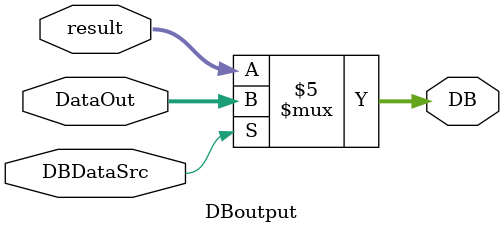
<source format=v>
`timescale 1ns / 1ps
module DBoutput(
	input [31:0] result,
	input [31:0] DataOut,
	input DBDataSrc,
	output reg [31:0] DB
);
	initial DB<=0;
	always @(result or DataOut or DBDataSrc)begin
		if(DBDataSrc==0)
			DB<=result;
		else 
			DB<=DataOut;		
	end
endmodule			
</source>
